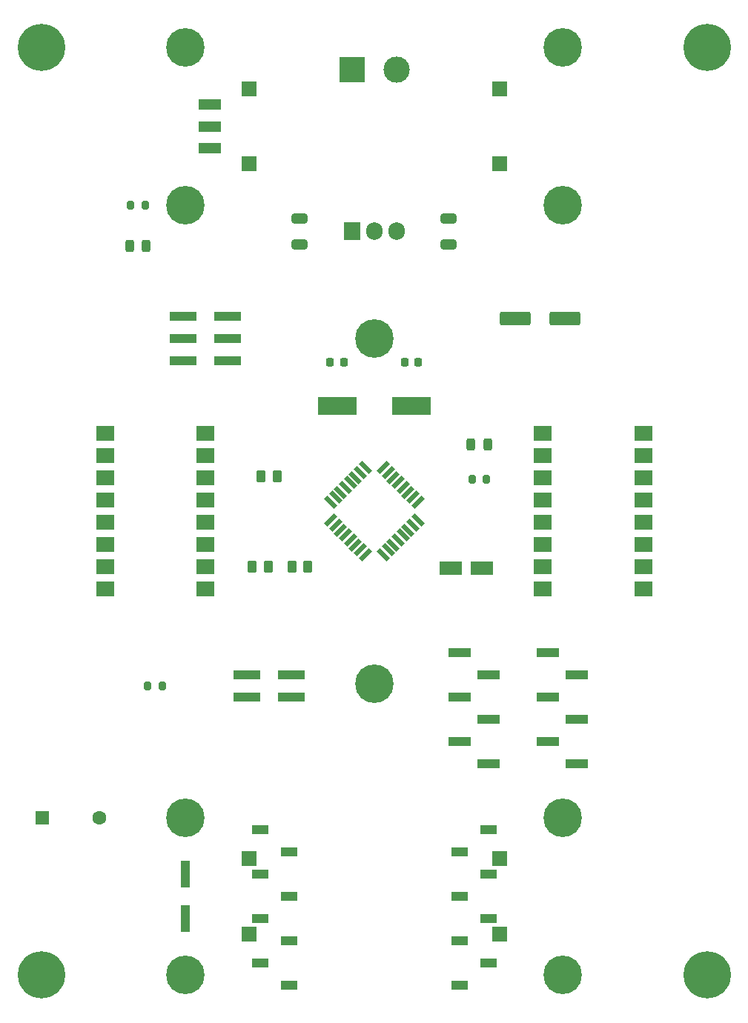
<source format=gbr>
%TF.GenerationSoftware,KiCad,Pcbnew,(6.0.5)*%
%TF.CreationDate,2022-06-28T11:16:47+05:30*%
%TF.ProjectId,MecCam_pro,4d656343-616d-45f7-9072-6f2e6b696361,rev?*%
%TF.SameCoordinates,Original*%
%TF.FileFunction,Soldermask,Top*%
%TF.FilePolarity,Negative*%
%FSLAX46Y46*%
G04 Gerber Fmt 4.6, Leading zero omitted, Abs format (unit mm)*
G04 Created by KiCad (PCBNEW (6.0.5)) date 2022-06-28 11:16:47*
%MOMM*%
%LPD*%
G01*
G04 APERTURE LIST*
G04 Aperture macros list*
%AMRoundRect*
0 Rectangle with rounded corners*
0 $1 Rounding radius*
0 $2 $3 $4 $5 $6 $7 $8 $9 X,Y pos of 4 corners*
0 Add a 4 corners polygon primitive as box body*
4,1,4,$2,$3,$4,$5,$6,$7,$8,$9,$2,$3,0*
0 Add four circle primitives for the rounded corners*
1,1,$1+$1,$2,$3*
1,1,$1+$1,$4,$5*
1,1,$1+$1,$6,$7*
1,1,$1+$1,$8,$9*
0 Add four rect primitives between the rounded corners*
20,1,$1+$1,$2,$3,$4,$5,0*
20,1,$1+$1,$4,$5,$6,$7,0*
20,1,$1+$1,$6,$7,$8,$9,0*
20,1,$1+$1,$8,$9,$2,$3,0*%
%AMRotRect*
0 Rectangle, with rotation*
0 The origin of the aperture is its center*
0 $1 length*
0 $2 width*
0 $3 Rotation angle, in degrees counterclockwise*
0 Add horizontal line*
21,1,$1,$2,0,0,$3*%
G04 Aperture macros list end*
%ADD10RoundRect,0.225000X0.225000X0.250000X-0.225000X0.250000X-0.225000X-0.250000X0.225000X-0.250000X0*%
%ADD11R,1.900000X1.000000*%
%ADD12R,3.150000X1.000000*%
%ADD13RoundRect,0.200000X-0.200000X-0.275000X0.200000X-0.275000X0.200000X0.275000X-0.200000X0.275000X0*%
%ADD14RoundRect,0.250000X0.262500X0.450000X-0.262500X0.450000X-0.262500X-0.450000X0.262500X-0.450000X0*%
%ADD15R,2.000000X1.780000*%
%ADD16RotRect,1.600000X0.550000X225.000000*%
%ADD17RotRect,1.600000X0.550000X315.000000*%
%ADD18R,4.500000X2.000000*%
%ADD19RoundRect,0.225000X-0.225000X-0.250000X0.225000X-0.250000X0.225000X0.250000X-0.225000X0.250000X0*%
%ADD20RoundRect,0.243750X0.243750X0.456250X-0.243750X0.456250X-0.243750X-0.456250X0.243750X-0.456250X0*%
%ADD21RoundRect,0.250000X0.650000X-0.325000X0.650000X0.325000X-0.650000X0.325000X-0.650000X-0.325000X0*%
%ADD22R,1.905000X2.000000*%
%ADD23O,1.905000X2.000000*%
%ADD24RoundRect,0.243750X-0.243750X-0.456250X0.243750X-0.456250X0.243750X0.456250X-0.243750X0.456250X0*%
%ADD25R,1.600000X1.600000*%
%ADD26C,1.600000*%
%ADD27R,2.500000X1.250000*%
%ADD28R,1.000000X3.150000*%
%ADD29RoundRect,0.250000X-1.050000X-0.550000X1.050000X-0.550000X1.050000X0.550000X-1.050000X0.550000X0*%
%ADD30R,2.510000X1.000000*%
%ADD31RoundRect,0.250000X-1.500000X-0.550000X1.500000X-0.550000X1.500000X0.550000X-1.500000X0.550000X0*%
%ADD32RoundRect,0.250000X-0.650000X0.325000X-0.650000X-0.325000X0.650000X-0.325000X0.650000X0.325000X0*%
%ADD33RoundRect,0.200000X0.200000X0.275000X-0.200000X0.275000X-0.200000X-0.275000X0.200000X-0.275000X0*%
%ADD34C,0.800000*%
%ADD35C,5.400000*%
%ADD36C,0.700000*%
%ADD37C,4.400000*%
%ADD38R,1.700000X1.700000*%
%ADD39R,3.000000X3.000000*%
%ADD40C,3.000000*%
G04 APERTURE END LIST*
D10*
%TO.C,C6*%
X96525000Y-83000000D03*
X94975000Y-83000000D03*
%TD*%
D11*
%TO.C,J13*%
X113050000Y-136360000D03*
X109750000Y-138900000D03*
X113050000Y-141440000D03*
X109750000Y-143980000D03*
X113050000Y-146520000D03*
X109750000Y-149060000D03*
X113050000Y-151600000D03*
X109750000Y-154140000D03*
%TD*%
D12*
%TO.C,J3*%
X85475000Y-118730000D03*
X90525000Y-118730000D03*
X85475000Y-121270000D03*
X90525000Y-121270000D03*
%TD*%
D13*
%TO.C,R6*%
X111175000Y-96300000D03*
X112825000Y-96300000D03*
%TD*%
D14*
%TO.C,R3*%
X90587500Y-106300000D03*
X92412500Y-106300000D03*
%TD*%
D15*
%TO.C,U1*%
X119260000Y-91110000D03*
X119260000Y-93650000D03*
X119260000Y-96190000D03*
X119260000Y-98730000D03*
X119260000Y-101270000D03*
X119260000Y-103810000D03*
X119260000Y-106350000D03*
X119260000Y-108890000D03*
X130740000Y-108890000D03*
X130740000Y-106350000D03*
X130740000Y-103810000D03*
X130740000Y-101270000D03*
X130740000Y-98730000D03*
X130740000Y-96190000D03*
X130740000Y-93650000D03*
X130740000Y-91110000D03*
%TD*%
%TO.C,U3*%
X69260000Y-91110000D03*
X69260000Y-93650000D03*
X69260000Y-96190000D03*
X69260000Y-98730000D03*
X69260000Y-101270000D03*
X69260000Y-103810000D03*
X69260000Y-106350000D03*
X69260000Y-108890000D03*
X80740000Y-108890000D03*
X80740000Y-106350000D03*
X80740000Y-103810000D03*
X80740000Y-101270000D03*
X80740000Y-98730000D03*
X80740000Y-96190000D03*
X80740000Y-93650000D03*
X80740000Y-91110000D03*
%TD*%
D16*
%TO.C,U4*%
X104985103Y-98974695D03*
X104419417Y-98409010D03*
X103853732Y-97843324D03*
X103288047Y-97277639D03*
X102722361Y-96711953D03*
X102156676Y-96146268D03*
X101590990Y-95580583D03*
X101025305Y-95014897D03*
D17*
X98974695Y-95014897D03*
X98409010Y-95580583D03*
X97843324Y-96146268D03*
X97277639Y-96711953D03*
X96711953Y-97277639D03*
X96146268Y-97843324D03*
X95580583Y-98409010D03*
X95014897Y-98974695D03*
D16*
X95014897Y-101025305D03*
X95580583Y-101590990D03*
X96146268Y-102156676D03*
X96711953Y-102722361D03*
X97277639Y-103288047D03*
X97843324Y-103853732D03*
X98409010Y-104419417D03*
X98974695Y-104985103D03*
D17*
X101025305Y-104985103D03*
X101590990Y-104419417D03*
X102156676Y-103853732D03*
X102722361Y-103288047D03*
X103288047Y-102722361D03*
X103853732Y-102156676D03*
X104419417Y-101590990D03*
X104985103Y-101025305D03*
%TD*%
D18*
%TO.C,Y1*%
X104250000Y-88000000D03*
X95750000Y-88000000D03*
%TD*%
D19*
%TO.C,C5*%
X103475000Y-83000000D03*
X105025000Y-83000000D03*
%TD*%
D20*
%TO.C,D2*%
X112937500Y-92400000D03*
X111062500Y-92400000D03*
%TD*%
D14*
%TO.C,R4*%
X87087500Y-96000000D03*
X88912500Y-96000000D03*
%TD*%
%TO.C,R2*%
X86075000Y-106300000D03*
X87900000Y-106300000D03*
%TD*%
D12*
%TO.C,J16*%
X78175000Y-77710000D03*
X83225000Y-77710000D03*
X78175000Y-80250000D03*
X83225000Y-80250000D03*
X78175000Y-82790000D03*
X83225000Y-82790000D03*
%TD*%
D21*
%TO.C,C2*%
X108500000Y-69475000D03*
X108500000Y-66525000D03*
%TD*%
D22*
%TO.C,U2*%
X97460000Y-68000000D03*
D23*
X100000000Y-68000000D03*
X102540000Y-68000000D03*
%TD*%
D24*
%TO.C,D1*%
X72062500Y-69700000D03*
X73937500Y-69700000D03*
%TD*%
D25*
%TO.C,BZ1*%
X62100000Y-135000000D03*
D26*
X68600000Y-135000000D03*
%TD*%
D27*
%TO.C,SW1*%
X81200000Y-53500000D03*
X81200000Y-56000000D03*
X81200000Y-58500000D03*
%TD*%
D28*
%TO.C,J9*%
X78450000Y-141475000D03*
X78450000Y-146525000D03*
%TD*%
D11*
%TO.C,J12*%
X86950000Y-136360000D03*
X90250000Y-138900000D03*
X86950000Y-141440000D03*
X90250000Y-143980000D03*
X86950000Y-146520000D03*
X90250000Y-149060000D03*
X86950000Y-151600000D03*
X90250000Y-154140000D03*
%TD*%
D29*
%TO.C,C4*%
X108700000Y-106500000D03*
X112300000Y-106500000D03*
%TD*%
D13*
%TO.C,R5*%
X74150000Y-120000000D03*
X75800000Y-120000000D03*
%TD*%
D30*
%TO.C,J5*%
X113075000Y-128850000D03*
X109765000Y-126310000D03*
X113075000Y-123770000D03*
X109765000Y-121230000D03*
X113075000Y-118690000D03*
X109765000Y-116150000D03*
%TD*%
D31*
%TO.C,C3*%
X116150000Y-78000000D03*
X121750000Y-78000000D03*
%TD*%
D32*
%TO.C,C1*%
X91500000Y-66525000D03*
X91500000Y-69475000D03*
%TD*%
D33*
%TO.C,R1*%
X73825000Y-65000000D03*
X72175000Y-65000000D03*
%TD*%
D30*
%TO.C,J6*%
X119845000Y-116150000D03*
X123155000Y-118690000D03*
X119845000Y-121230000D03*
X123155000Y-123770000D03*
X119845000Y-126310000D03*
X123155000Y-128850000D03*
%TD*%
D34*
%TO.C,H1*%
X139431891Y-48431891D03*
X135975000Y-47000000D03*
X140025000Y-47000000D03*
X139431891Y-45568109D03*
D35*
X138000000Y-47000000D03*
D34*
X138000000Y-44975000D03*
X136568109Y-48431891D03*
X136568109Y-45568109D03*
X138000000Y-49025000D03*
%TD*%
%TO.C,H2*%
X138000000Y-155025000D03*
D35*
X138000000Y-153000000D03*
D34*
X136568109Y-151568109D03*
X139431891Y-151568109D03*
X135975000Y-153000000D03*
X136568109Y-154431891D03*
X138000000Y-150975000D03*
X140025000Y-153000000D03*
X139431891Y-154431891D03*
%TD*%
%TO.C,H3*%
X60568109Y-45568109D03*
X63431891Y-48431891D03*
X63431891Y-45568109D03*
D35*
X62000000Y-47000000D03*
D34*
X64025000Y-47000000D03*
X59975000Y-47000000D03*
X62000000Y-49025000D03*
X62000000Y-44975000D03*
X60568109Y-48431891D03*
%TD*%
%TO.C,H4*%
X62000000Y-150975000D03*
X62000000Y-155025000D03*
X63431891Y-151568109D03*
D35*
X62000000Y-153000000D03*
D34*
X64025000Y-153000000D03*
X60568109Y-151568109D03*
X59975000Y-153000000D03*
X63431891Y-154431891D03*
X60568109Y-154431891D03*
%TD*%
D36*
%TO.C,H5*%
X119900000Y-47000000D03*
X122716726Y-48166726D03*
X120383274Y-48166726D03*
X121550000Y-45350000D03*
X121550000Y-48650000D03*
X123200000Y-47000000D03*
D37*
X121550000Y-47000000D03*
D36*
X122716726Y-45833274D03*
X120383274Y-45833274D03*
%TD*%
D37*
%TO.C,H6*%
X121550000Y-65000000D03*
D36*
X122716726Y-66166726D03*
X121550000Y-66650000D03*
X120383274Y-66166726D03*
X122716726Y-63833274D03*
X123200000Y-65000000D03*
X120383274Y-63833274D03*
X121550000Y-63350000D03*
X119900000Y-65000000D03*
%TD*%
%TO.C,H7*%
X78450000Y-48650000D03*
X78450000Y-45350000D03*
X77283274Y-48166726D03*
X77283274Y-45833274D03*
X80100000Y-47000000D03*
D37*
X78450000Y-47000000D03*
D36*
X79616726Y-45833274D03*
X76800000Y-47000000D03*
X79616726Y-48166726D03*
%TD*%
%TO.C,H8*%
X78450000Y-66650000D03*
X76800000Y-65000000D03*
X77283274Y-66166726D03*
X78450000Y-63350000D03*
X79616726Y-66166726D03*
X77283274Y-63833274D03*
X79616726Y-63833274D03*
D37*
X78450000Y-65000000D03*
D36*
X80100000Y-65000000D03*
%TD*%
%TO.C,H9*%
X98833274Y-81416726D03*
D37*
X100000000Y-80250000D03*
D36*
X101166726Y-79083274D03*
X100000000Y-81900000D03*
X101166726Y-81416726D03*
X101650000Y-80250000D03*
X100000000Y-78600000D03*
X98833274Y-79083274D03*
X98350000Y-80250000D03*
%TD*%
%TO.C,H10*%
X100000000Y-118100000D03*
D37*
X100000000Y-119750000D03*
D36*
X98833274Y-118583274D03*
X101166726Y-120916726D03*
X98833274Y-120916726D03*
X101650000Y-119750000D03*
X98350000Y-119750000D03*
X100000000Y-121400000D03*
X101166726Y-118583274D03*
%TD*%
%TO.C,H11*%
X77283274Y-136166726D03*
X78450000Y-133350000D03*
X78450000Y-136650000D03*
D37*
X78450000Y-135000000D03*
D36*
X79616726Y-133833274D03*
X79616726Y-136166726D03*
X76800000Y-135000000D03*
X77283274Y-133833274D03*
X80100000Y-135000000D03*
%TD*%
%TO.C,H12*%
X79616726Y-151833274D03*
D37*
X78450000Y-153000000D03*
D36*
X79616726Y-154166726D03*
X77283274Y-151833274D03*
X78450000Y-151350000D03*
X78450000Y-154650000D03*
X76800000Y-153000000D03*
X80100000Y-153000000D03*
X77283274Y-154166726D03*
%TD*%
%TO.C,H13*%
X120383274Y-136166726D03*
D37*
X121550000Y-135000000D03*
D36*
X121550000Y-136650000D03*
X122716726Y-133833274D03*
X123200000Y-135000000D03*
X119900000Y-135000000D03*
X121550000Y-133350000D03*
X122716726Y-136166726D03*
X120383274Y-133833274D03*
%TD*%
%TO.C,H14*%
X122716726Y-154166726D03*
D37*
X121550000Y-153000000D03*
D36*
X120383274Y-151833274D03*
X121550000Y-151350000D03*
X119900000Y-153000000D03*
X123200000Y-153000000D03*
X121550000Y-154650000D03*
X120383274Y-154166726D03*
X122716726Y-151833274D03*
%TD*%
D38*
%TO.C,J1*%
X114300000Y-139700000D03*
%TD*%
%TO.C,J11*%
X85700000Y-60300000D03*
%TD*%
%TO.C,J7*%
X114300000Y-51700000D03*
%TD*%
%TO.C,J2*%
X114300000Y-148300000D03*
%TD*%
%TO.C,J10*%
X85700000Y-51700000D03*
%TD*%
%TO.C,J15*%
X85700000Y-139700000D03*
%TD*%
%TO.C,J14*%
X85700000Y-148300000D03*
%TD*%
%TO.C,J8*%
X114300000Y-60300000D03*
%TD*%
D39*
%TO.C,J4*%
X97460000Y-49500000D03*
D40*
X102540000Y-49500000D03*
%TD*%
M02*

</source>
